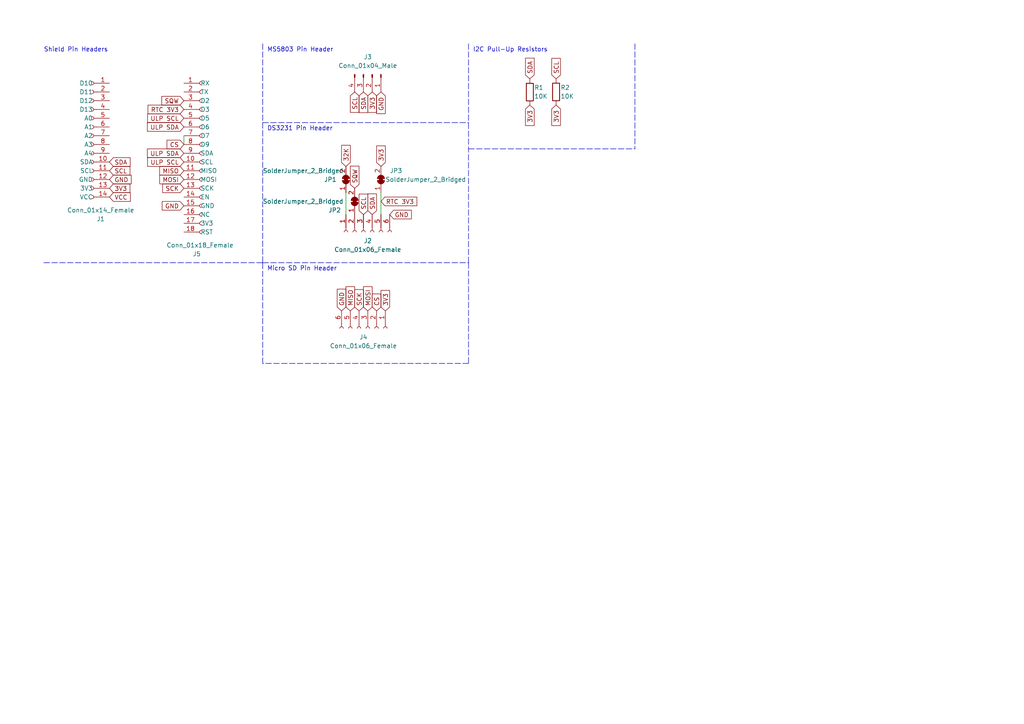
<source format=kicad_sch>
(kicad_sch (version 20211123) (generator eeschema)
  (paper "A4")
  (title_block (title "DIY3 FireBeetle Shield") (date "2022-06-08") (rev "v1"))
  (lib_symbols
    (symbol "Conn_01x18_Female_1" (pin_names (offset 1.016))
      (property "Reference" "J5" (at -1.27 -26.67 0))
      (property "Value" "Conn_01x18_Female_1" (at -10.16 -24.13 0))
      (symbol "Conn_01x18_Female_1_1_1"
        (arc (start 0 -22.352) (mid -0.508 -22.86) (end 0 -23.368) (stroke (width 0.1524)))
        (arc (start 0 -19.812) (mid -0.508 -20.32) (end 0 -20.828) (stroke (width 0.1524)))
        (arc (start 0 -17.272) (mid -0.508 -17.78) (end 0 -18.288) (stroke (width 0.1524)))
        (arc (start 0 -14.732) (mid -0.508 -15.24) (end 0 -15.748) (stroke (width 0.1524)))
        (arc (start 0 -12.192) (mid -0.508 -12.7) (end 0 -13.208) (stroke (width 0.1524)))
        (arc (start 0 -9.652) (mid -0.508 -10.16) (end 0 -10.668) (stroke (width 0.1524)))
        (arc (start 0 -7.112) (mid -0.508 -7.62) (end 0 -8.128) (stroke (width 0.1524)))
        (arc (start 0 -4.572) (mid -0.508 -5.08) (end 0 -5.588) (stroke (width 0.1524)))
        (arc (start 0 -2.032) (mid -0.508 -2.54) (end 0 -3.048) (stroke (width 0.1524)))
        (polyline (pts (xy -1.27 -22.86) (xy -0.508 -22.86)) (stroke (width 0.1524)))
        (polyline (pts (xy -1.27 -20.32) (xy -0.508 -20.32)) (stroke (width 0.1524)))
        (polyline (pts (xy -1.27 -17.78) (xy -0.508 -17.78)) (stroke (width 0.1524)))
        (polyline (pts (xy -1.27 -15.24) (xy -0.508 -15.24)) (stroke (width 0.1524)))
        (polyline (pts (xy -1.27 -12.7) (xy -0.508 -12.7)) (stroke (width 0.1524)))
        (polyline (pts (xy -1.27 -10.16) (xy -0.508 -10.16)) (stroke (width 0.1524)))
        (polyline (pts (xy -1.27 -7.62) (xy -0.508 -7.62)) (stroke (width 0.1524)))
        (polyline (pts (xy -1.27 -5.08) (xy -0.508 -5.08)) (stroke (width 0.1524)))
        (polyline (pts (xy -1.27 -2.54) (xy -0.508 -2.54)) (stroke (width 0.1524)))
        (polyline (pts (xy -1.27 0) (xy -0.508 0)) (stroke (width 0.1524)))
        (polyline (pts (xy -1.27 2.54) (xy -0.508 2.54)) (stroke (width 0.1524)))
        (polyline (pts (xy -1.27 5.08) (xy -0.508 5.08)) (stroke (width 0.1524)))
        (polyline (pts (xy -1.27 7.62) (xy -0.508 7.62)) (stroke (width 0.1524)))
        (polyline (pts (xy -1.27 10.16) (xy -0.508 10.16)) (stroke (width 0.1524)))
        (polyline (pts (xy -1.27 12.7) (xy -0.508 12.7)) (stroke (width 0.1524)))
        (polyline (pts (xy -1.27 15.24) (xy -0.508 15.24)) (stroke (width 0.1524)))
        (polyline (pts (xy -1.27 17.78) (xy -0.508 17.78)) (stroke (width 0.1524)))
        (polyline (pts (xy -1.27 20.32) (xy -0.508 20.32)) (stroke (width 0.1524)))
        (arc (start 0 0.508) (mid -0.508 0) (end 0 -0.508) (stroke (width 0.1524)))
        (arc (start 0 3.048) (mid -0.508 2.54) (end 0 2.032) (stroke (width 0.1524)))
        (arc (start 0 5.588) (mid -0.508 5.08) (end 0 4.572) (stroke (width 0.1524)))
        (arc (start 0 8.128) (mid -0.508 7.62) (end 0 7.112) (stroke (width 0.1524)))
        (arc (start 0 10.668) (mid -0.508 10.16) (end 0 9.652) (stroke (width 0.1524)))
        (arc (start 0 13.208) (mid -0.508 12.7) (end 0 12.192) (stroke (width 0.1524)))
        (arc (start 0 15.748) (mid -0.508 15.24) (end 0 14.732) (stroke (width 0.1524)))
        (arc (start 0 18.288) (mid -0.508 17.78) (end 0 17.272) (stroke (width 0.1524)))
        (arc (start 0 20.828) (mid -0.508 20.32) (end 0 19.812) (stroke (width 0.1524)))
        (pin passive line (at -5.08 20.32 0) (length 3.81) (name "RX") (number "1"))
        (pin passive line (at -5.08 -2.54 0) (length 3.81) (name "SCL") (number "10"))
        (pin passive line (at -5.08 -5.08 0) (length 3.81) (name "MISO") (number "11"))
        (pin passive line (at -5.08 -7.62 0) (length 3.81) (name "MOSI") (number "12"))
        (pin passive line (at -5.08 -10.16 0) (length 3.81) (name "SCK") (number "13"))
        (pin passive line (at -5.08 -12.7 0) (length 3.81) (name "EN") (number "14"))
        (pin passive line (at -5.08 -15.24 0) (length 3.81) (name "GND") (number "15"))
        (pin passive line (at -5.08 -17.78 0) (length 3.81) (name "NC") (number "16"))
        (pin passive line (at -5.08 -20.32 0) (length 3.81) (name "3V3") (number "17"))
        (pin passive line (at -5.08 -22.86 0) (length 3.81) (name "RST") (number "18"))
        (pin passive line (at -5.08 17.78 0) (length 3.81) (name "TX") (number "2"))
        (pin passive line (at -5.08 15.24 0) (length 3.81) (name "D2") (number "3"))
        (pin passive line (at -5.08 12.7 0) (length 3.81) (name "D3") (number "4"))
        (pin passive line (at -5.08 10.16 0) (length 3.81) (name "D5") (number "5"))
        (pin passive line (at -5.08 7.62 0) (length 3.81) (name "D6") (number "6"))
        (pin passive line (at -5.08 5.08 0) (length 3.81) (name "D7") (number "7"))
        (pin passive line (at -5.08 2.54 0) (length 3.81) (name "D9") (number "8"))
        (pin passive line (at -5.08 0 0) (length 3.81) (name "SDA") (number "9"))
      )
    )
    (symbol "Connector:Conn_01x04_Male" (pin_names (offset 1.016) hide)
      (property "Reference" "J" (at 0 5.08 0))
      (property "Value" "Conn_01x04_Male" (at 0 -7.62 0))
      (symbol "Conn_01x04_Male_1_1"
        (polyline (pts (xy 1.27 -5.08) (xy 0.8636 -5.08)) (stroke (width 0.1524)))
        (polyline (pts (xy 1.27 -2.54) (xy 0.8636 -2.54)) (stroke (width 0.1524)))
        (polyline (pts (xy 1.27 0) (xy 0.8636 0)) (stroke (width 0.1524)))
        (polyline (pts (xy 1.27 2.54) (xy 0.8636 2.54)) (stroke (width 0.1524)))
        (rectangle (start 0.8636 -4.953) (end 0 -5.207) (stroke (width 0.1524)) (fill (type outline)))
        (rectangle (start 0.8636 -2.413) (end 0 -2.667) (stroke (width 0.1524)) (fill (type outline)))
        (rectangle (start 0.8636 0.127) (end 0 -0.127) (stroke (width 0.1524)) (fill (type outline)))
        (rectangle (start 0.8636 2.667) (end 0 2.413) (stroke (width 0.1524)) (fill (type outline)))
        (pin passive line (at 5.08 2.54 180) (length 3.81) (name "Pin_1") (number "1"))
        (pin passive line (at 5.08 0 180) (length 3.81) (name "Pin_2") (number "2"))
        (pin passive line (at 5.08 -2.54 180) (length 3.81) (name "Pin_3") (number "3"))
        (pin passive line (at 5.08 -5.08 180) (length 3.81) (name "Pin_4") (number "4"))
      )
    )
    (symbol "Connector:Conn_01x06_Female" (pin_names (offset 1.016) hide)
      (property "Reference" "J" (at 0 7.62 0))
      (property "Value" "Conn_01x06_Female" (at 0 -10.16 0))
      (symbol "Conn_01x06_Female_1_1"
        (arc (start 0 -7.112) (mid -0.508 -7.62) (end 0 -8.128) (stroke (width 0.1524)))
        (arc (start 0 -4.572) (mid -0.508 -5.08) (end 0 -5.588) (stroke (width 0.1524)))
        (arc (start 0 -2.032) (mid -0.508 -2.54) (end 0 -3.048) (stroke (width 0.1524)))
        (polyline (pts (xy -1.27 -7.62) (xy -0.508 -7.62)) (stroke (width 0.1524)))
        (polyline (pts (xy -1.27 -5.08) (xy -0.508 -5.08)) (stroke (width 0.1524)))
        (polyline (pts (xy -1.27 -2.54) (xy -0.508 -2.54)) (stroke (width 0.1524)))
        (polyline (pts (xy -1.27 0) (xy -0.508 0)) (stroke (width 0.1524)))
        (polyline (pts (xy -1.27 2.54) (xy -0.508 2.54)) (stroke (width 0.1524)))
        (polyline (pts (xy -1.27 5.08) (xy -0.508 5.08)) (stroke (width 0.1524)))
        (arc (start 0 0.508) (mid -0.508 0) (end 0 -0.508) (stroke (width 0.1524)))
        (arc (start 0 3.048) (mid -0.508 2.54) (end 0 2.032) (stroke (width 0.1524)))
        (arc (start 0 5.588) (mid -0.508 5.08) (end 0 4.572) (stroke (width 0.1524)))
        (pin passive line (at -5.08 5.08 0) (length 3.81) (name "Pin_1") (number "1"))
        (pin passive line (at -5.08 2.54 0) (length 3.81) (name "Pin_2") (number "2"))
        (pin passive line (at -5.08 0 0) (length 3.81) (name "Pin_3") (number "3"))
        (pin passive line (at -5.08 -2.54 0) (length 3.81) (name "Pin_4") (number "4"))
        (pin passive line (at -5.08 -5.08 0) (length 3.81) (name "Pin_5") (number "5"))
        (pin passive line (at -5.08 -7.62 0) (length 3.81) (name "Pin_6") (number "6"))
      )
    )
    (symbol "Connector:Conn_01x14_Female" (pin_names (offset 1.016))
      (property "Reference" "J?" (at 0.635 22.86 0))
      (property "Value" "Conn_01x14_Female" (at 0.635 20.32 0))
      (symbol "Conn_01x14_Female_1_1"
        (arc (start 0 -17.272) (mid -0.508 -17.78) (end 0 -18.288) (stroke (width 0.1524)))
        (arc (start 0 -14.732) (mid -0.508 -15.24) (end 0 -15.748) (stroke (width 0.1524)))
        (arc (start 0 -12.192) (mid -0.508 -12.7) (end 0 -13.208) (stroke (width 0.1524)))
        (arc (start 0 -9.652) (mid -0.508 -10.16) (end 0 -10.668) (stroke (width 0.1524)))
        (arc (start 0 -7.112) (mid -0.508 -7.62) (end 0 -8.128) (stroke (width 0.1524)))
        (arc (start 0 -4.572) (mid -0.508 -5.08) (end 0 -5.588) (stroke (width 0.1524)))
        (arc (start 0 -2.032) (mid -0.508 -2.54) (end 0 -3.048) (stroke (width 0.1524)))
        (polyline (pts (xy -1.27 -17.78) (xy -0.508 -17.78)) (stroke (width 0.1524)))
        (polyline (pts (xy -1.27 -15.24) (xy -0.508 -15.24)) (stroke (width 0.1524)))
        (polyline (pts (xy -1.27 -12.7) (xy -0.508 -12.7)) (stroke (width 0.1524)))
        (polyline (pts (xy -1.27 -10.16) (xy -0.508 -10.16)) (stroke (width 0.1524)))
        (polyline (pts (xy -1.27 -7.62) (xy -0.508 -7.62)) (stroke (width 0.1524)))
        (polyline (pts (xy -1.27 -5.08) (xy -0.508 -5.08)) (stroke (width 0.1524)))
        (polyline (pts (xy -1.27 -2.54) (xy -0.508 -2.54)) (stroke (width 0.1524)))
        (polyline (pts (xy -1.27 0) (xy -0.508 0)) (stroke (width 0.1524)))
        (polyline (pts (xy -1.27 2.54) (xy -0.508 2.54)) (stroke (width 0.1524)))
        (polyline (pts (xy -1.27 5.08) (xy -0.508 5.08)) (stroke (width 0.1524)))
        (polyline (pts (xy -1.27 7.62) (xy -0.508 7.62)) (stroke (width 0.1524)))
        (polyline (pts (xy -1.27 10.16) (xy -0.508 10.16)) (stroke (width 0.1524)))
        (polyline (pts (xy -1.27 12.7) (xy -0.508 12.7)) (stroke (width 0.1524)))
        (polyline (pts (xy -1.27 15.24) (xy -0.508 15.24)) (stroke (width 0.1524)))
        (arc (start 0 0.508) (mid -0.508 0) (end 0 -0.508) (stroke (width 0.1524)))
        (arc (start 0 3.048) (mid -0.508 2.54) (end 0 2.032) (stroke (width 0.1524)))
        (arc (start 0 5.588) (mid -0.508 5.08) (end 0 4.572) (stroke (width 0.1524)))
        (arc (start 0 8.128) (mid -0.508 7.62) (end 0 7.112) (stroke (width 0.1524)))
        (arc (start 0 10.668) (mid -0.508 10.16) (end 0 9.652) (stroke (width 0.1524)))
        (arc (start 0 13.208) (mid -0.508 12.7) (end 0 12.192) (stroke (width 0.1524)))
        (arc (start 0 15.748) (mid -0.508 15.24) (end 0 14.732) (stroke (width 0.1524)))
        (pin passive line (at -5.08 -17.78 0) (length 3.81) (name "D10") (number "1"))
        (pin passive line (at -5.08 5.08 0) (length 3.81) (name "SDA") (number "10"))
        (pin passive line (at -5.08 7.62 0) (length 3.81) (name "SCL") (number "11"))
        (pin passive line (at -5.08 10.16 0) (length 3.81) (name "GND") (number "12"))
        (pin passive line (at -5.08 12.7 0) (length 3.81) (name "3V3") (number "13"))
        (pin passive line (at -5.08 15.24 0) (length 3.81) (name "VCC") (number "14"))
        (pin passive line (at -5.08 -15.24 0) (length 3.81) (name "D11") (number "2"))
        (pin passive line (at -5.08 -12.7 0) (length 3.81) (name "D12") (number "3"))
        (pin passive line (at -5.08 -10.16 0) (length 3.81) (name "D13") (number "4"))
        (pin passive line (at -5.08 -7.62 0) (length 3.81) (name "A0") (number "5"))
        (pin passive line (at -5.08 -5.08 0) (length 3.81) (name "A1") (number "6"))
        (pin passive line (at -5.08 -2.54 0) (length 3.81) (name "A2") (number "7"))
        (pin passive line (at -5.08 0 0) (length 3.81) (name "A3") (number "8"))
        (pin passive line (at -5.08 2.54 0) (length 3.81) (name "A4") (number "9"))
      )
    )
    (symbol "Device:R" (pin_numbers hide) (pin_names (offset 0))
      (property "Reference" "R" (at 2.032 0 90))
      (property "Value" "R" (at 0 0 90))
      (symbol "R_0_1"
        (rectangle (start -1.016 -2.54) (end 1.016 2.54) (stroke (width 0.254)))
      )
      (symbol "R_1_1"
        (pin passive line (at 0 3.81 270) (length 1.27) (name "~") (number "1"))
        (pin passive line (at 0 -3.81 90) (length 1.27) (name "~") (number "2"))
      )
    )
    (symbol "Jumper:SolderJumper_2_Bridged" (pin_names (offset 0) hide)
      (property "Reference" "JP" (at 0 2.032 0))
      (property "Value" "SolderJumper_2_Bridged" (at 0 -2.54 0))
      (symbol "SolderJumper_2_Bridged_0_1"
        (rectangle (start -0.508 0.508) (end 0.508 -0.508) (fill (type outline)))
        (arc (start -0.254 1.016) (mid -1.27 0) (end -0.254 -1.016))
        (arc (start -0.254 1.016) (mid -1.27 0) (end -0.254 -1.016) (fill (type outline)))
        (polyline (pts (xy -0.254 1.016) (xy -0.254 -1.016)))
        (polyline (pts (xy 0.254 1.016) (xy 0.254 -1.016)))
        (arc (start 0.254 -1.016) (mid 1.27 0) (end 0.254 1.016))
        (arc (start 0.254 -1.016) (mid 1.27 0) (end 0.254 1.016) (fill (type outline)))
      )
      (symbol "SolderJumper_2_Bridged_1_1"
        (pin passive line (at -3.81 0 0) (length 2.54) (name "A") (number "1"))
        (pin passive line (at 3.81 0 180) (length 2.54) (name "B") (number "2"))
      )
    )
  )
  (wire (pts (xy 100.33 55.88) (xy 100.33 62.23)))
  (polyline (pts (xy 135.89 76.2) (xy 135.89 105.41)))
  (polyline (pts (xy 76.2 35.56) (xy 135.89 35.56)))
  (polyline (pts (xy 76.2 105.41) (xy 76.2 76.2)))
  (polyline (pts (xy 76.2 76.2) (xy 135.89 76.2)))
  (polyline (pts (xy 135.89 43.18) (xy 184.15 43.18)))
  (wire (pts (xy 110.49 55.88) (xy 110.49 62.23)))
  (polyline (pts (xy 76.2 12.7) (xy 76.2 76.2)))
  (polyline (pts (xy 135.89 12.7) (xy 135.89 35.56)))
  (polyline (pts (xy 12.7 76.2) (xy 76.2 76.2)))
  (polyline (pts (xy 135.89 105.41) (xy 76.2 105.41)))
  (polyline (pts (xy 184.15 12.7) (xy 184.15 43.18)))
  (polyline (pts (xy 135.89 76.2) (xy 135.89 35.56)))
  (wire (pts (xy 53.34 39.37) (xy 53.34 41.91)))
  (text "Micro SD Pin Header" (at 77.47 78.74 0) (effects (font (size 1.27 1.27)) (justify left bottom)))
  (text "Shield Pin Headers" (at 12.7 15.24 0) (effects (font (size 1.27 1.27)) (justify left bottom)))
  (text "I2C Pull-Up Resistors" (at 137.16 15.24 0) (effects (font (size 1.27 1.27)) (justify left bottom)))
  (text "DS3231 Pin Header" (at 77.47 38.1 0) (effects (font (size 1.27 1.27)) (justify left bottom)))
  (text "MS5803 Pin Header" (at 77.47 15.24 0) (effects (font (size 1.27 1.27)) (justify left bottom)))
  (global_label "ULP SDA" (shape input) (at 53.34 44.45 180) (property "Intersheet References" "${INTERSHEET_REFS}" (effects hide)))
  (global_label "SQW" (shape input) (at 102.87 54.61 90) (property "Intersheet References" "${INTERSHEET_REFS}" (effects hide)))
  (global_label "SCK" (shape input) (at 53.34 54.61 180) (property "Intersheet References" "${INTERSHEET_REFS}" (effects hide)))
  (global_label "CS" (shape input) (at 109.22 90.17 90) (property "Intersheet References" "${INTERSHEET_REFS}" (effects hide)))
  (global_label "GND" (shape input) (at 53.34 59.69 180) (property "Intersheet References" "${INTERSHEET_REFS}" (effects hide)))
  (global_label "SDA" (shape input) (at 107.95 62.23 90) (property "Intersheet References" "${INTERSHEET_REFS}" (effects hide)))
  (global_label "SQW" (shape input) (at 53.34 29.21 180) (property "Intersheet References" "${INTERSHEET_REFS}" (effects hide)))
  (global_label "SDA" (shape input) (at 31.75 46.99 0) (property "Intersheet References" "${INTERSHEET_REFS}" (effects hide)))
  (global_label "SCL" (shape input) (at 161.29 22.86 90) (property "Intersheet References" "${INTERSHEET_REFS}" (effects hide)))
  (global_label "MOSI" (shape input) (at 106.68 90.17 90) (property "Intersheet References" "${INTERSHEET_REFS}" (effects hide)))
  (global_label "3V3" (shape input) (at 111.76 90.17 90) (property "Intersheet References" "${INTERSHEET_REFS}" (effects hide)))
  (global_label "3V3" (shape input) (at 107.95 26.67 270) (property "Intersheet References" "${INTERSHEET_REFS}" (effects hide)))
  (global_label "SCL" (shape input) (at 102.87 26.67 270) (property "Intersheet References" "${INTERSHEET_REFS}" (effects hide)))
  (global_label "SCL" (shape input) (at 31.75 49.53 0) (property "Intersheet References" "${INTERSHEET_REFS}" (effects hide)))
  (global_label "ULP SCL" (shape input) (at 53.34 34.29 180) (property "Intersheet References" "${INTERSHEET_REFS}" (effects hide)))
  (global_label "3V3" (shape input) (at 153.67 30.48 270) (property "Intersheet References" "${INTERSHEET_REFS}" (effects hide)))
  (global_label "VCC" (shape input) (at 31.75 57.15 0) (property "Intersheet References" "${INTERSHEET_REFS}" (effects hide)))
  (global_label "MISO" (shape input) (at 53.34 49.53 180) (property "Intersheet References" "${INTERSHEET_REFS}" (effects hide)))
  (global_label "32K" (shape input) (at 100.33 48.26 90) (property "Intersheet References" "${INTERSHEET_REFS}" (effects hide)))
  (global_label "MOSI" (shape input) (at 53.34 52.07 180) (property "Intersheet References" "${INTERSHEET_REFS}" (effects hide)))
  (global_label "3V3" (shape input) (at 161.29 30.48 270) (property "Intersheet References" "${INTERSHEET_REFS}" (effects hide)))
  (global_label "CS" (shape input) (at 53.34 41.91 180) (property "Intersheet References" "${INTERSHEET_REFS}" (effects hide)))
  (global_label "ULP SDA" (shape input) (at 53.34 36.83 180) (property "Intersheet References" "${INTERSHEET_REFS}" (effects hide)))
  (global_label "ULP SCL" (shape input) (at 53.34 46.99 180) (property "Intersheet References" "${INTERSHEET_REFS}" (effects hide)))
  (global_label "MISO" (shape input) (at 101.6 90.17 90) (property "Intersheet References" "${INTERSHEET_REFS}" (effects hide)))
  (global_label "GND" (shape input) (at 31.75 52.07 0) (property "Intersheet References" "${INTERSHEET_REFS}" (effects hide)))
  (global_label "GND" (shape input) (at 113.03 62.23 0) (property "Intersheet References" "${INTERSHEET_REFS}" (effects hide)))
  (global_label "SCL" (shape input) (at 105.41 62.23 90) (property "Intersheet References" "${INTERSHEET_REFS}" (effects hide)))
  (global_label "SDA" (shape input) (at 153.67 22.86 90) (property "Intersheet References" "${INTERSHEET_REFS}" (effects hide)))
  (global_label "GND" (shape input) (at 99.06 90.17 90) (property "Intersheet References" "${INTERSHEET_REFS}" (effects hide)))
  (global_label "SCK" (shape input) (at 104.14 90.17 90) (property "Intersheet References" "${INTERSHEET_REFS}" (effects hide)))
  (global_label "GND" (shape input) (at 110.49 26.67 270) (property "Intersheet References" "${INTERSHEET_REFS}" (effects hide)))
  (global_label "3V3" (shape input) (at 31.75 54.61 0) (property "Intersheet References" "${INTERSHEET_REFS}" (effects hide)))
  (global_label "3V3" (shape input) (at 110.49 48.26 90) (property "Intersheet References" "${INTERSHEET_REFS}" (effects hide)))
  (global_label "SDA" (shape input) (at 105.41 26.67 270) (property "Intersheet References" "${INTERSHEET_REFS}" (effects hide)))
  (global_label "RTC 3V3" (shape input) (at 110.49 58.42 0) (property "Intersheet References" "${INTERSHEET_REFS}" (effects hide)))
  (global_label "RTC 3V3" (shape input) (at 53.34 31.75 180) (property "Intersheet References" "${INTERSHEET_REFS}" (effects hide)))
  (symbol (lib_id "Jumper:SolderJumper_2_Bridged") (at 102.87 58.42 90) (unit 1)
    (property "Reference" "JP2" (at 95.25 60.96 90) (effects (justify right)))
    (property "Value" "SolderJumper_2_Bridged" (at 76.2 58.42 90) (effects (justify right)))
    (property "Footprint" "Jumper:SolderJumper-2_P1.3mm_Bridged_RoundedPad1.0x1.5mm" (effects hide))
  )
  (symbol (lib_id "Connector:Conn_01x06_Female") (at 106.68 95.25 270) (unit 1)
    (property "Reference" "J4" (at 105.41 97.79 90))
    (property "Value" "Conn_01x06_Female" (at 105.41 100.33 90))
    (property "Footprint" "Connector_PinSocket_2.54mm:PinSocket_1x06_P2.54mm_Vertical" (effects hide))
  )
  (symbol (lib_id "Connector:Conn_01x14_Female") (at 26.67 41.91 180) (unit 1)
    (property "Reference" "J1" (at 29.21 63.5 0))
    (property "Value" "Conn_01x14_Female" (at 29.21 60.96 0))
    (property "Footprint" "Connector_PinHeader_2.54mm:PinHeader_1x14_P2.54mm_Vertical" (effects hide))
  )
  (symbol (lib_id "Device:R") (at 161.29 26.67 0) (unit 1)
    (property "Reference" "R2" (at 162.56 25.4 0) (effects (justify left)))
    (property "Value" "10K" (at 162.56 27.94 0) (effects (justify left)))
  )
  (symbol (lib_name "Conn_01x18_Female_1") (lib_id "Connector:Conn_01x18_Female") (at 58.42 44.45 0) (unit 1)
    (property "Reference" "J5" (at 55.88 73.66 0) (effects (justify left)))
    (property "Value" "Conn_01x18_Female" (at 48.26 71.12 0) (effects (justify left)))
    (property "Footprint" "Connector_PinHeader_2.54mm:PinHeader_1x18_P2.54mm_Vertical" (effects hide))
  )
  (symbol (lib_id "Connector:Conn_01x04_Male") (at 107.95 21.59 270) (unit 1)
    (property "Reference" "J3" (at 106.68 16.51 90))
    (property "Value" "Conn_01x04_Male" (at 106.68 19.05 90))
    (property "Footprint" "Connector_JST:JST_PH_B4B-PH-K_1x04_P2.00mm_Vertical" (effects hide))
  )
  (symbol (lib_id "Connector:Conn_01x06_Female") (at 105.41 67.31 90) (mirror x) (unit 1)
    (property "Reference" "J2" (at 106.68 69.85 90))
    (property "Value" "Conn_01x06_Female" (at 106.68 72.39 90))
    (property "Footprint" "Connector_PinSocket_2.54mm:PinSocket_1x06_P2.54mm_Vertical" (effects hide))
  )
  (symbol (lib_id "Device:R") (at 153.6791 26.7159 0) (unit 1)
    (property "Reference" "R1" (at 154.94 25.4 0) (effects (justify left)))
    (property "Value" "10K" (at 154.94 27.94 0) (effects (justify left)))
  )
  (symbol (lib_id "Jumper:SolderJumper_2_Bridged") (at 110.49 52.07 90) (unit 1)
    (property "Reference" "JP3" (at 113.03 49.53 90) (effects (justify right)))
    (property "Value" "SolderJumper_2_Bridged" (at 111.76 52.07 90) (effects (justify right)))
    (property "Footprint" "Jumper:SolderJumper-2_P1.3mm_Bridged_RoundedPad1.0x1.5mm" (effects hide))
  )
  (symbol (lib_id "Jumper:SolderJumper_2_Bridged") (at 100.33 52.07 90) (unit 1)
    (property "Reference" "JP1" (at 93.98 52.07 90) (effects (justify right)))
    (property "Value" "SolderJumper_2_Bridged" (at 76.2 49.53 90) (effects (justify right)))
    (property "Footprint" "Jumper:SolderJumper-2_P1.3mm_Bridged_RoundedPad1.0x1.5mm" (effects hide))
  )
)
</source>
